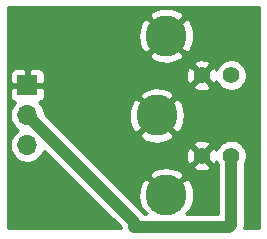
<source format=gbr>
%TF.GenerationSoftware,KiCad,Pcbnew,(5.1.9)-1*%
%TF.CreationDate,2021-04-04T18:43:18-05:00*%
%TF.ProjectId,S-VIDEO PCB Breakout Horizontal,532d5649-4445-44f2-9050-434220427265,rev?*%
%TF.SameCoordinates,Original*%
%TF.FileFunction,Copper,L2,Bot*%
%TF.FilePolarity,Positive*%
%FSLAX46Y46*%
G04 Gerber Fmt 4.6, Leading zero omitted, Abs format (unit mm)*
G04 Created by KiCad (PCBNEW (5.1.9)-1) date 2021-04-04 18:43:18*
%MOMM*%
%LPD*%
G01*
G04 APERTURE LIST*
%TA.AperFunction,ComponentPad*%
%ADD10C,3.465000*%
%TD*%
%TA.AperFunction,ComponentPad*%
%ADD11C,1.400000*%
%TD*%
%TA.AperFunction,ComponentPad*%
%ADD12O,1.700000X1.700000*%
%TD*%
%TA.AperFunction,ComponentPad*%
%ADD13R,1.700000X1.700000*%
%TD*%
%TA.AperFunction,Conductor*%
%ADD14C,1.000000*%
%TD*%
%TA.AperFunction,Conductor*%
%ADD15C,0.254000*%
%TD*%
%TA.AperFunction,Conductor*%
%ADD16C,0.100000*%
%TD*%
G04 APERTURE END LIST*
D10*
%TO.P,J1,MH3*%
%TO.N,/GND*%
X154050000Y-103960000D03*
%TO.P,J1,MH2*%
X153250000Y-110710000D03*
%TO.P,J1,MH1*%
X154050000Y-117460000D03*
D11*
%TO.P,J1,4*%
%TO.N,/CHROMA*%
X159550000Y-107310000D03*
%TO.P,J1,3*%
%TO.N,/LUMA*%
X159550000Y-114110000D03*
%TO.P,J1,2*%
%TO.N,/GND*%
X157050000Y-107310000D03*
%TO.P,J1,1*%
X157050000Y-114110000D03*
%TD*%
D12*
%TO.P,J2,3*%
%TO.N,/CHROMA*%
X142280000Y-113230000D03*
%TO.P,J2,2*%
%TO.N,/LUMA*%
X142280000Y-110690000D03*
D13*
%TO.P,J2,1*%
%TO.N,/GND*%
X142280000Y-108150000D03*
%TD*%
D14*
%TO.N,/LUMA*%
X159550000Y-114110000D02*
X159550000Y-120020000D01*
X151345654Y-120190000D02*
X151315654Y-120160000D01*
X159380000Y-120190000D02*
X151345654Y-120190000D01*
X159550000Y-120020000D02*
X159380000Y-120190000D01*
X151315654Y-119725654D02*
X142280000Y-110690000D01*
X151315654Y-120160000D02*
X151315654Y-119725654D01*
%TD*%
D15*
%TO.N,/GND*%
X161930329Y-101519708D02*
X161939671Y-120259699D01*
X160663531Y-120259134D01*
X160668577Y-120242499D01*
X160685000Y-120075752D01*
X160685000Y-120075742D01*
X160690490Y-120020001D01*
X160685000Y-119964259D01*
X160685000Y-114814288D01*
X160733061Y-114742359D01*
X160833696Y-114499405D01*
X160885000Y-114241486D01*
X160885000Y-113978514D01*
X160833696Y-113720595D01*
X160733061Y-113477641D01*
X160586962Y-113258987D01*
X160401013Y-113073038D01*
X160182359Y-112926939D01*
X159939405Y-112826304D01*
X159681486Y-112775000D01*
X159418514Y-112775000D01*
X159160595Y-112826304D01*
X158917641Y-112926939D01*
X158698987Y-113073038D01*
X158513038Y-113258987D01*
X158366939Y-113477641D01*
X158299639Y-113640118D01*
X158258935Y-113528634D01*
X158205037Y-113427797D01*
X157971269Y-113368336D01*
X157229605Y-114110000D01*
X157971269Y-114851664D01*
X158205037Y-114792203D01*
X158301592Y-114584596D01*
X158366939Y-114742359D01*
X158415000Y-114814288D01*
X158415001Y-119055000D01*
X155818482Y-119055000D01*
X155821545Y-119051937D01*
X155707156Y-118937548D01*
X156046520Y-118753576D01*
X156260521Y-118339219D01*
X156389573Y-117891074D01*
X156428717Y-117426363D01*
X156376448Y-116962944D01*
X156234776Y-116518627D01*
X156046520Y-116166424D01*
X155707154Y-115982451D01*
X154229605Y-117460000D01*
X154243748Y-117474143D01*
X154064143Y-117653748D01*
X154050000Y-117639605D01*
X154035858Y-117653748D01*
X153856253Y-117474143D01*
X153870395Y-117460000D01*
X152392846Y-115982451D01*
X152053480Y-116166424D01*
X151839479Y-116580781D01*
X151710427Y-117028926D01*
X151671283Y-117493637D01*
X151723552Y-117957056D01*
X151865224Y-118401373D01*
X152053480Y-118753576D01*
X152392844Y-118937548D01*
X152278455Y-119051937D01*
X152281518Y-119055000D01*
X152233547Y-119055000D01*
X152122103Y-118919205D01*
X152078795Y-118883663D01*
X148997978Y-115802846D01*
X152572451Y-115802846D01*
X154050000Y-117280395D01*
X155527549Y-115802846D01*
X155343576Y-115463480D01*
X154929219Y-115249479D01*
X154481074Y-115120427D01*
X154016363Y-115081283D01*
X153552944Y-115133552D01*
X153108627Y-115275224D01*
X152756424Y-115463480D01*
X152572451Y-115802846D01*
X148997978Y-115802846D01*
X148226401Y-115031269D01*
X156308336Y-115031269D01*
X156367797Y-115265037D01*
X156606242Y-115375934D01*
X156861740Y-115438183D01*
X157124473Y-115449390D01*
X157384344Y-115409125D01*
X157631366Y-115318935D01*
X157732203Y-115265037D01*
X157791664Y-115031269D01*
X157050000Y-114289605D01*
X156308336Y-115031269D01*
X148226401Y-115031269D01*
X147379605Y-114184473D01*
X155710610Y-114184473D01*
X155750875Y-114444344D01*
X155841065Y-114691366D01*
X155894963Y-114792203D01*
X156128731Y-114851664D01*
X156870395Y-114110000D01*
X156128731Y-113368336D01*
X155894963Y-113427797D01*
X155784066Y-113666242D01*
X155721817Y-113921740D01*
X155710610Y-114184473D01*
X147379605Y-114184473D01*
X146383863Y-113188731D01*
X156308336Y-113188731D01*
X157050000Y-113930395D01*
X157791664Y-113188731D01*
X157732203Y-112954963D01*
X157493758Y-112844066D01*
X157238260Y-112781817D01*
X156975527Y-112770610D01*
X156715656Y-112810875D01*
X156468634Y-112901065D01*
X156367797Y-112954963D01*
X156308336Y-113188731D01*
X146383863Y-113188731D01*
X145562286Y-112367154D01*
X151772451Y-112367154D01*
X151956424Y-112706520D01*
X152370781Y-112920521D01*
X152818926Y-113049573D01*
X153283637Y-113088717D01*
X153747056Y-113036448D01*
X154191373Y-112894776D01*
X154543576Y-112706520D01*
X154727549Y-112367154D01*
X153250000Y-110889605D01*
X151772451Y-112367154D01*
X145562286Y-112367154D01*
X143938769Y-110743637D01*
X150871283Y-110743637D01*
X150923552Y-111207056D01*
X151065224Y-111651373D01*
X151253480Y-112003576D01*
X151592846Y-112187549D01*
X153070395Y-110710000D01*
X153429605Y-110710000D01*
X154907154Y-112187549D01*
X155246520Y-112003576D01*
X155460521Y-111589219D01*
X155589573Y-111141074D01*
X155628717Y-110676363D01*
X155576448Y-110212944D01*
X155434776Y-109768627D01*
X155246520Y-109416424D01*
X154907154Y-109232451D01*
X153429605Y-110710000D01*
X153070395Y-110710000D01*
X151592846Y-109232451D01*
X151253480Y-109416424D01*
X151039479Y-109830781D01*
X150910427Y-110278926D01*
X150871283Y-110743637D01*
X143938769Y-110743637D01*
X143765000Y-110569869D01*
X143765000Y-110543740D01*
X143707932Y-110256842D01*
X143595990Y-109986589D01*
X143433475Y-109743368D01*
X143301620Y-109611513D01*
X143374180Y-109589502D01*
X143484494Y-109530537D01*
X143581185Y-109451185D01*
X143660537Y-109354494D01*
X143719502Y-109244180D01*
X143755812Y-109124482D01*
X143762867Y-109052846D01*
X151772451Y-109052846D01*
X153250000Y-110530395D01*
X154727549Y-109052846D01*
X154543576Y-108713480D01*
X154129219Y-108499479D01*
X153681074Y-108370427D01*
X153216363Y-108331283D01*
X152752944Y-108383552D01*
X152308627Y-108525224D01*
X151956424Y-108713480D01*
X151772451Y-109052846D01*
X143762867Y-109052846D01*
X143768072Y-109000000D01*
X143765000Y-108435750D01*
X143606250Y-108277000D01*
X142407000Y-108277000D01*
X142407000Y-108297000D01*
X142153000Y-108297000D01*
X142153000Y-108277000D01*
X140953750Y-108277000D01*
X140795000Y-108435750D01*
X140791928Y-109000000D01*
X140804188Y-109124482D01*
X140840498Y-109244180D01*
X140899463Y-109354494D01*
X140978815Y-109451185D01*
X141075506Y-109530537D01*
X141185820Y-109589502D01*
X141258380Y-109611513D01*
X141126525Y-109743368D01*
X140964010Y-109986589D01*
X140852068Y-110256842D01*
X140795000Y-110543740D01*
X140795000Y-110836260D01*
X140852068Y-111123158D01*
X140964010Y-111393411D01*
X141126525Y-111636632D01*
X141333368Y-111843475D01*
X141507760Y-111960000D01*
X141333368Y-112076525D01*
X141126525Y-112283368D01*
X140964010Y-112526589D01*
X140852068Y-112796842D01*
X140795000Y-113083740D01*
X140795000Y-113376260D01*
X140852068Y-113663158D01*
X140964010Y-113933411D01*
X141126525Y-114176632D01*
X141333368Y-114383475D01*
X141576589Y-114545990D01*
X141846842Y-114657932D01*
X142133740Y-114715000D01*
X142426260Y-114715000D01*
X142713158Y-114657932D01*
X142983411Y-114545990D01*
X143226632Y-114383475D01*
X143433475Y-114176632D01*
X143595990Y-113933411D01*
X143690386Y-113705517D01*
X150178473Y-120193605D01*
X150180654Y-120215751D01*
X150184470Y-120254495D01*
X140640328Y-120250270D01*
X140646319Y-108231269D01*
X156308336Y-108231269D01*
X156367797Y-108465037D01*
X156606242Y-108575934D01*
X156861740Y-108638183D01*
X157124473Y-108649390D01*
X157384344Y-108609125D01*
X157631366Y-108518935D01*
X157732203Y-108465037D01*
X157791664Y-108231269D01*
X157050000Y-107489605D01*
X156308336Y-108231269D01*
X140646319Y-108231269D01*
X140646784Y-107300000D01*
X140791928Y-107300000D01*
X140795000Y-107864250D01*
X140953750Y-108023000D01*
X142153000Y-108023000D01*
X142153000Y-106823750D01*
X142407000Y-106823750D01*
X142407000Y-108023000D01*
X143606250Y-108023000D01*
X143765000Y-107864250D01*
X143767612Y-107384473D01*
X155710610Y-107384473D01*
X155750875Y-107644344D01*
X155841065Y-107891366D01*
X155894963Y-107992203D01*
X156128731Y-108051664D01*
X156870395Y-107310000D01*
X157229605Y-107310000D01*
X157971269Y-108051664D01*
X158205037Y-107992203D01*
X158301592Y-107784596D01*
X158366939Y-107942359D01*
X158513038Y-108161013D01*
X158698987Y-108346962D01*
X158917641Y-108493061D01*
X159160595Y-108593696D01*
X159418514Y-108645000D01*
X159681486Y-108645000D01*
X159939405Y-108593696D01*
X160182359Y-108493061D01*
X160401013Y-108346962D01*
X160586962Y-108161013D01*
X160733061Y-107942359D01*
X160833696Y-107699405D01*
X160885000Y-107441486D01*
X160885000Y-107178514D01*
X160833696Y-106920595D01*
X160733061Y-106677641D01*
X160586962Y-106458987D01*
X160401013Y-106273038D01*
X160182359Y-106126939D01*
X159939405Y-106026304D01*
X159681486Y-105975000D01*
X159418514Y-105975000D01*
X159160595Y-106026304D01*
X158917641Y-106126939D01*
X158698987Y-106273038D01*
X158513038Y-106458987D01*
X158366939Y-106677641D01*
X158299639Y-106840118D01*
X158258935Y-106728634D01*
X158205037Y-106627797D01*
X157971269Y-106568336D01*
X157229605Y-107310000D01*
X156870395Y-107310000D01*
X156128731Y-106568336D01*
X155894963Y-106627797D01*
X155784066Y-106866242D01*
X155721817Y-107121740D01*
X155710610Y-107384473D01*
X143767612Y-107384473D01*
X143768072Y-107300000D01*
X143755812Y-107175518D01*
X143719502Y-107055820D01*
X143660537Y-106945506D01*
X143581185Y-106848815D01*
X143484494Y-106769463D01*
X143374180Y-106710498D01*
X143254482Y-106674188D01*
X143130000Y-106661928D01*
X142565750Y-106665000D01*
X142407000Y-106823750D01*
X142153000Y-106823750D01*
X141994250Y-106665000D01*
X141430000Y-106661928D01*
X141305518Y-106674188D01*
X141185820Y-106710498D01*
X141075506Y-106769463D01*
X140978815Y-106848815D01*
X140899463Y-106945506D01*
X140840498Y-107055820D01*
X140804188Y-107175518D01*
X140791928Y-107300000D01*
X140646784Y-107300000D01*
X140647237Y-106388731D01*
X156308336Y-106388731D01*
X157050000Y-107130395D01*
X157791664Y-106388731D01*
X157732203Y-106154963D01*
X157493758Y-106044066D01*
X157238260Y-105981817D01*
X156975527Y-105970610D01*
X156715656Y-106010875D01*
X156468634Y-106101065D01*
X156367797Y-106154963D01*
X156308336Y-106388731D01*
X140647237Y-106388731D01*
X140647622Y-105617154D01*
X152572451Y-105617154D01*
X152756424Y-105956520D01*
X153170781Y-106170521D01*
X153618926Y-106299573D01*
X154083637Y-106338717D01*
X154547056Y-106286448D01*
X154991373Y-106144776D01*
X155343576Y-105956520D01*
X155527549Y-105617154D01*
X154050000Y-104139605D01*
X152572451Y-105617154D01*
X140647622Y-105617154D01*
X140648432Y-103993637D01*
X151671283Y-103993637D01*
X151723552Y-104457056D01*
X151865224Y-104901373D01*
X152053480Y-105253576D01*
X152392846Y-105437549D01*
X153870395Y-103960000D01*
X154229605Y-103960000D01*
X155707154Y-105437549D01*
X156046520Y-105253576D01*
X156260521Y-104839219D01*
X156389573Y-104391074D01*
X156428717Y-103926363D01*
X156376448Y-103462944D01*
X156234776Y-103018627D01*
X156046520Y-102666424D01*
X155707154Y-102482451D01*
X154229605Y-103960000D01*
X153870395Y-103960000D01*
X152392846Y-102482451D01*
X152053480Y-102666424D01*
X151839479Y-103080781D01*
X151710427Y-103528926D01*
X151671283Y-103993637D01*
X140648432Y-103993637D01*
X140649275Y-102302846D01*
X152572451Y-102302846D01*
X154050000Y-103780395D01*
X155527549Y-102302846D01*
X155343576Y-101963480D01*
X154929219Y-101749479D01*
X154481074Y-101620427D01*
X154016363Y-101581283D01*
X153552944Y-101633552D01*
X153108627Y-101775224D01*
X152756424Y-101963480D01*
X152572451Y-102302846D01*
X140649275Y-102302846D01*
X140649671Y-101510291D01*
X161930329Y-101519708D01*
%TA.AperFunction,Conductor*%
D16*
G36*
X161930329Y-101519708D02*
G01*
X161939671Y-120259699D01*
X160663531Y-120259134D01*
X160668577Y-120242499D01*
X160685000Y-120075752D01*
X160685000Y-120075742D01*
X160690490Y-120020001D01*
X160685000Y-119964259D01*
X160685000Y-114814288D01*
X160733061Y-114742359D01*
X160833696Y-114499405D01*
X160885000Y-114241486D01*
X160885000Y-113978514D01*
X160833696Y-113720595D01*
X160733061Y-113477641D01*
X160586962Y-113258987D01*
X160401013Y-113073038D01*
X160182359Y-112926939D01*
X159939405Y-112826304D01*
X159681486Y-112775000D01*
X159418514Y-112775000D01*
X159160595Y-112826304D01*
X158917641Y-112926939D01*
X158698987Y-113073038D01*
X158513038Y-113258987D01*
X158366939Y-113477641D01*
X158299639Y-113640118D01*
X158258935Y-113528634D01*
X158205037Y-113427797D01*
X157971269Y-113368336D01*
X157229605Y-114110000D01*
X157971269Y-114851664D01*
X158205037Y-114792203D01*
X158301592Y-114584596D01*
X158366939Y-114742359D01*
X158415000Y-114814288D01*
X158415001Y-119055000D01*
X155818482Y-119055000D01*
X155821545Y-119051937D01*
X155707156Y-118937548D01*
X156046520Y-118753576D01*
X156260521Y-118339219D01*
X156389573Y-117891074D01*
X156428717Y-117426363D01*
X156376448Y-116962944D01*
X156234776Y-116518627D01*
X156046520Y-116166424D01*
X155707154Y-115982451D01*
X154229605Y-117460000D01*
X154243748Y-117474143D01*
X154064143Y-117653748D01*
X154050000Y-117639605D01*
X154035858Y-117653748D01*
X153856253Y-117474143D01*
X153870395Y-117460000D01*
X152392846Y-115982451D01*
X152053480Y-116166424D01*
X151839479Y-116580781D01*
X151710427Y-117028926D01*
X151671283Y-117493637D01*
X151723552Y-117957056D01*
X151865224Y-118401373D01*
X152053480Y-118753576D01*
X152392844Y-118937548D01*
X152278455Y-119051937D01*
X152281518Y-119055000D01*
X152233547Y-119055000D01*
X152122103Y-118919205D01*
X152078795Y-118883663D01*
X148997978Y-115802846D01*
X152572451Y-115802846D01*
X154050000Y-117280395D01*
X155527549Y-115802846D01*
X155343576Y-115463480D01*
X154929219Y-115249479D01*
X154481074Y-115120427D01*
X154016363Y-115081283D01*
X153552944Y-115133552D01*
X153108627Y-115275224D01*
X152756424Y-115463480D01*
X152572451Y-115802846D01*
X148997978Y-115802846D01*
X148226401Y-115031269D01*
X156308336Y-115031269D01*
X156367797Y-115265037D01*
X156606242Y-115375934D01*
X156861740Y-115438183D01*
X157124473Y-115449390D01*
X157384344Y-115409125D01*
X157631366Y-115318935D01*
X157732203Y-115265037D01*
X157791664Y-115031269D01*
X157050000Y-114289605D01*
X156308336Y-115031269D01*
X148226401Y-115031269D01*
X147379605Y-114184473D01*
X155710610Y-114184473D01*
X155750875Y-114444344D01*
X155841065Y-114691366D01*
X155894963Y-114792203D01*
X156128731Y-114851664D01*
X156870395Y-114110000D01*
X156128731Y-113368336D01*
X155894963Y-113427797D01*
X155784066Y-113666242D01*
X155721817Y-113921740D01*
X155710610Y-114184473D01*
X147379605Y-114184473D01*
X146383863Y-113188731D01*
X156308336Y-113188731D01*
X157050000Y-113930395D01*
X157791664Y-113188731D01*
X157732203Y-112954963D01*
X157493758Y-112844066D01*
X157238260Y-112781817D01*
X156975527Y-112770610D01*
X156715656Y-112810875D01*
X156468634Y-112901065D01*
X156367797Y-112954963D01*
X156308336Y-113188731D01*
X146383863Y-113188731D01*
X145562286Y-112367154D01*
X151772451Y-112367154D01*
X151956424Y-112706520D01*
X152370781Y-112920521D01*
X152818926Y-113049573D01*
X153283637Y-113088717D01*
X153747056Y-113036448D01*
X154191373Y-112894776D01*
X154543576Y-112706520D01*
X154727549Y-112367154D01*
X153250000Y-110889605D01*
X151772451Y-112367154D01*
X145562286Y-112367154D01*
X143938769Y-110743637D01*
X150871283Y-110743637D01*
X150923552Y-111207056D01*
X151065224Y-111651373D01*
X151253480Y-112003576D01*
X151592846Y-112187549D01*
X153070395Y-110710000D01*
X153429605Y-110710000D01*
X154907154Y-112187549D01*
X155246520Y-112003576D01*
X155460521Y-111589219D01*
X155589573Y-111141074D01*
X155628717Y-110676363D01*
X155576448Y-110212944D01*
X155434776Y-109768627D01*
X155246520Y-109416424D01*
X154907154Y-109232451D01*
X153429605Y-110710000D01*
X153070395Y-110710000D01*
X151592846Y-109232451D01*
X151253480Y-109416424D01*
X151039479Y-109830781D01*
X150910427Y-110278926D01*
X150871283Y-110743637D01*
X143938769Y-110743637D01*
X143765000Y-110569869D01*
X143765000Y-110543740D01*
X143707932Y-110256842D01*
X143595990Y-109986589D01*
X143433475Y-109743368D01*
X143301620Y-109611513D01*
X143374180Y-109589502D01*
X143484494Y-109530537D01*
X143581185Y-109451185D01*
X143660537Y-109354494D01*
X143719502Y-109244180D01*
X143755812Y-109124482D01*
X143762867Y-109052846D01*
X151772451Y-109052846D01*
X153250000Y-110530395D01*
X154727549Y-109052846D01*
X154543576Y-108713480D01*
X154129219Y-108499479D01*
X153681074Y-108370427D01*
X153216363Y-108331283D01*
X152752944Y-108383552D01*
X152308627Y-108525224D01*
X151956424Y-108713480D01*
X151772451Y-109052846D01*
X143762867Y-109052846D01*
X143768072Y-109000000D01*
X143765000Y-108435750D01*
X143606250Y-108277000D01*
X142407000Y-108277000D01*
X142407000Y-108297000D01*
X142153000Y-108297000D01*
X142153000Y-108277000D01*
X140953750Y-108277000D01*
X140795000Y-108435750D01*
X140791928Y-109000000D01*
X140804188Y-109124482D01*
X140840498Y-109244180D01*
X140899463Y-109354494D01*
X140978815Y-109451185D01*
X141075506Y-109530537D01*
X141185820Y-109589502D01*
X141258380Y-109611513D01*
X141126525Y-109743368D01*
X140964010Y-109986589D01*
X140852068Y-110256842D01*
X140795000Y-110543740D01*
X140795000Y-110836260D01*
X140852068Y-111123158D01*
X140964010Y-111393411D01*
X141126525Y-111636632D01*
X141333368Y-111843475D01*
X141507760Y-111960000D01*
X141333368Y-112076525D01*
X141126525Y-112283368D01*
X140964010Y-112526589D01*
X140852068Y-112796842D01*
X140795000Y-113083740D01*
X140795000Y-113376260D01*
X140852068Y-113663158D01*
X140964010Y-113933411D01*
X141126525Y-114176632D01*
X141333368Y-114383475D01*
X141576589Y-114545990D01*
X141846842Y-114657932D01*
X142133740Y-114715000D01*
X142426260Y-114715000D01*
X142713158Y-114657932D01*
X142983411Y-114545990D01*
X143226632Y-114383475D01*
X143433475Y-114176632D01*
X143595990Y-113933411D01*
X143690386Y-113705517D01*
X150178473Y-120193605D01*
X150180654Y-120215751D01*
X150184470Y-120254495D01*
X140640328Y-120250270D01*
X140646319Y-108231269D01*
X156308336Y-108231269D01*
X156367797Y-108465037D01*
X156606242Y-108575934D01*
X156861740Y-108638183D01*
X157124473Y-108649390D01*
X157384344Y-108609125D01*
X157631366Y-108518935D01*
X157732203Y-108465037D01*
X157791664Y-108231269D01*
X157050000Y-107489605D01*
X156308336Y-108231269D01*
X140646319Y-108231269D01*
X140646784Y-107300000D01*
X140791928Y-107300000D01*
X140795000Y-107864250D01*
X140953750Y-108023000D01*
X142153000Y-108023000D01*
X142153000Y-106823750D01*
X142407000Y-106823750D01*
X142407000Y-108023000D01*
X143606250Y-108023000D01*
X143765000Y-107864250D01*
X143767612Y-107384473D01*
X155710610Y-107384473D01*
X155750875Y-107644344D01*
X155841065Y-107891366D01*
X155894963Y-107992203D01*
X156128731Y-108051664D01*
X156870395Y-107310000D01*
X157229605Y-107310000D01*
X157971269Y-108051664D01*
X158205037Y-107992203D01*
X158301592Y-107784596D01*
X158366939Y-107942359D01*
X158513038Y-108161013D01*
X158698987Y-108346962D01*
X158917641Y-108493061D01*
X159160595Y-108593696D01*
X159418514Y-108645000D01*
X159681486Y-108645000D01*
X159939405Y-108593696D01*
X160182359Y-108493061D01*
X160401013Y-108346962D01*
X160586962Y-108161013D01*
X160733061Y-107942359D01*
X160833696Y-107699405D01*
X160885000Y-107441486D01*
X160885000Y-107178514D01*
X160833696Y-106920595D01*
X160733061Y-106677641D01*
X160586962Y-106458987D01*
X160401013Y-106273038D01*
X160182359Y-106126939D01*
X159939405Y-106026304D01*
X159681486Y-105975000D01*
X159418514Y-105975000D01*
X159160595Y-106026304D01*
X158917641Y-106126939D01*
X158698987Y-106273038D01*
X158513038Y-106458987D01*
X158366939Y-106677641D01*
X158299639Y-106840118D01*
X158258935Y-106728634D01*
X158205037Y-106627797D01*
X157971269Y-106568336D01*
X157229605Y-107310000D01*
X156870395Y-107310000D01*
X156128731Y-106568336D01*
X155894963Y-106627797D01*
X155784066Y-106866242D01*
X155721817Y-107121740D01*
X155710610Y-107384473D01*
X143767612Y-107384473D01*
X143768072Y-107300000D01*
X143755812Y-107175518D01*
X143719502Y-107055820D01*
X143660537Y-106945506D01*
X143581185Y-106848815D01*
X143484494Y-106769463D01*
X143374180Y-106710498D01*
X143254482Y-106674188D01*
X143130000Y-106661928D01*
X142565750Y-106665000D01*
X142407000Y-106823750D01*
X142153000Y-106823750D01*
X141994250Y-106665000D01*
X141430000Y-106661928D01*
X141305518Y-106674188D01*
X141185820Y-106710498D01*
X141075506Y-106769463D01*
X140978815Y-106848815D01*
X140899463Y-106945506D01*
X140840498Y-107055820D01*
X140804188Y-107175518D01*
X140791928Y-107300000D01*
X140646784Y-107300000D01*
X140647237Y-106388731D01*
X156308336Y-106388731D01*
X157050000Y-107130395D01*
X157791664Y-106388731D01*
X157732203Y-106154963D01*
X157493758Y-106044066D01*
X157238260Y-105981817D01*
X156975527Y-105970610D01*
X156715656Y-106010875D01*
X156468634Y-106101065D01*
X156367797Y-106154963D01*
X156308336Y-106388731D01*
X140647237Y-106388731D01*
X140647622Y-105617154D01*
X152572451Y-105617154D01*
X152756424Y-105956520D01*
X153170781Y-106170521D01*
X153618926Y-106299573D01*
X154083637Y-106338717D01*
X154547056Y-106286448D01*
X154991373Y-106144776D01*
X155343576Y-105956520D01*
X155527549Y-105617154D01*
X154050000Y-104139605D01*
X152572451Y-105617154D01*
X140647622Y-105617154D01*
X140648432Y-103993637D01*
X151671283Y-103993637D01*
X151723552Y-104457056D01*
X151865224Y-104901373D01*
X152053480Y-105253576D01*
X152392846Y-105437549D01*
X153870395Y-103960000D01*
X154229605Y-103960000D01*
X155707154Y-105437549D01*
X156046520Y-105253576D01*
X156260521Y-104839219D01*
X156389573Y-104391074D01*
X156428717Y-103926363D01*
X156376448Y-103462944D01*
X156234776Y-103018627D01*
X156046520Y-102666424D01*
X155707154Y-102482451D01*
X154229605Y-103960000D01*
X153870395Y-103960000D01*
X152392846Y-102482451D01*
X152053480Y-102666424D01*
X151839479Y-103080781D01*
X151710427Y-103528926D01*
X151671283Y-103993637D01*
X140648432Y-103993637D01*
X140649275Y-102302846D01*
X152572451Y-102302846D01*
X154050000Y-103780395D01*
X155527549Y-102302846D01*
X155343576Y-101963480D01*
X154929219Y-101749479D01*
X154481074Y-101620427D01*
X154016363Y-101581283D01*
X153552944Y-101633552D01*
X153108627Y-101775224D01*
X152756424Y-101963480D01*
X152572451Y-102302846D01*
X140649275Y-102302846D01*
X140649671Y-101510291D01*
X161930329Y-101519708D01*
G37*
%TD.AperFunction*%
%TD*%
M02*

</source>
